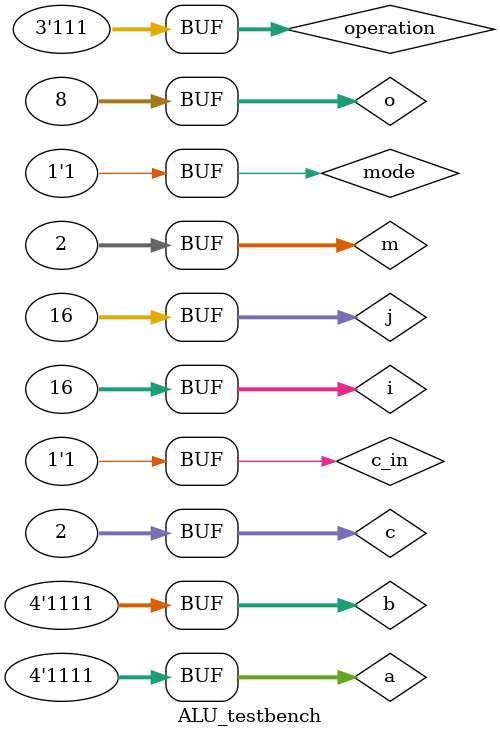
<source format=v>
`timescale 1ns / 1ps


module ALU_testbench(
        
    );
    
    reg [3:0] a;
    reg [3:0] b;
    reg c_in;
    reg mode;
    reg [2:0] operation;
    wire c_out;
    wire [3:0] result;
    integer c, i, j, o, m;
    ALU a1(.a(a), .b(b), .mode(mode), .operation(operation), .c_in(c_in), .result(result), .c_out(c_out));
    
    initial
    begin
        a = 0;
        b = 0;
        c_in = 0;
        operation = 0;
        mode = 0;
        for (m = 1; m < 2; m = m+1) begin
            mode = m;
        for (o = 0; o < 8; o = o+1) begin
            operation = o;
            for (c = 0; c < 2; c = c+1) begin
            for (i = 0; i < 16; i = i+1) begin
                for (j = 0; j < 16; j = j+1) begin
                    c_in = c;
                    a = i;
                    b = j;
                    #10;
                end        
            end
            end
        end
        end
        
    end
    
endmodule

</source>
